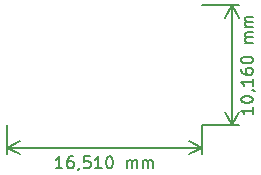
<source format=gbr>
%TF.GenerationSoftware,KiCad,Pcbnew,5.1.4-3.fc31*%
%TF.CreationDate,2019-11-21T06:29:58+01:00*%
%TF.ProjectId,microUSB-to-pcb-power-adapter,6d696372-6f55-4534-922d-746f2d706362,1.0*%
%TF.SameCoordinates,PX7b89fa0PY5ca77b8*%
%TF.FileFunction,Other,Comment*%
%FSLAX46Y46*%
G04 Gerber Fmt 4.6, Leading zero omitted, Abs format (unit mm)*
G04 Created by KiCad (PCBNEW 5.1.4-3.fc31) date 2019-11-21 06:29:58*
%MOMM*%
%LPD*%
G04 APERTURE LIST*
%ADD10C,0.150000*%
G04 APERTURE END LIST*
D10*
X20802380Y1508572D02*
X20802380Y937143D01*
X20802380Y1222858D02*
X19802380Y1222858D01*
X19945238Y1127620D01*
X20040476Y1032381D01*
X20088095Y937143D01*
X19802380Y2127620D02*
X19802380Y2222858D01*
X19850000Y2318096D01*
X19897619Y2365715D01*
X19992857Y2413334D01*
X20183333Y2460953D01*
X20421428Y2460953D01*
X20611904Y2413334D01*
X20707142Y2365715D01*
X20754761Y2318096D01*
X20802380Y2222858D01*
X20802380Y2127620D01*
X20754761Y2032381D01*
X20707142Y1984762D01*
X20611904Y1937143D01*
X20421428Y1889524D01*
X20183333Y1889524D01*
X19992857Y1937143D01*
X19897619Y1984762D01*
X19850000Y2032381D01*
X19802380Y2127620D01*
X20754761Y2937143D02*
X20802380Y2937143D01*
X20897619Y2889524D01*
X20945238Y2841905D01*
X20802380Y3889524D02*
X20802380Y3318096D01*
X20802380Y3603810D02*
X19802380Y3603810D01*
X19945238Y3508572D01*
X20040476Y3413334D01*
X20088095Y3318096D01*
X19802380Y4746667D02*
X19802380Y4556191D01*
X19850000Y4460953D01*
X19897619Y4413334D01*
X20040476Y4318096D01*
X20230952Y4270477D01*
X20611904Y4270477D01*
X20707142Y4318096D01*
X20754761Y4365715D01*
X20802380Y4460953D01*
X20802380Y4651429D01*
X20754761Y4746667D01*
X20707142Y4794286D01*
X20611904Y4841905D01*
X20373809Y4841905D01*
X20278571Y4794286D01*
X20230952Y4746667D01*
X20183333Y4651429D01*
X20183333Y4460953D01*
X20230952Y4365715D01*
X20278571Y4318096D01*
X20373809Y4270477D01*
X19802380Y5460953D02*
X19802380Y5556191D01*
X19850000Y5651429D01*
X19897619Y5699048D01*
X19992857Y5746667D01*
X20183333Y5794286D01*
X20421428Y5794286D01*
X20611904Y5746667D01*
X20707142Y5699048D01*
X20754761Y5651429D01*
X20802380Y5556191D01*
X20802380Y5460953D01*
X20754761Y5365715D01*
X20707142Y5318096D01*
X20611904Y5270477D01*
X20421428Y5222858D01*
X20183333Y5222858D01*
X19992857Y5270477D01*
X19897619Y5318096D01*
X19850000Y5365715D01*
X19802380Y5460953D01*
X20802380Y6984762D02*
X20135714Y6984762D01*
X20230952Y6984762D02*
X20183333Y7032381D01*
X20135714Y7127620D01*
X20135714Y7270477D01*
X20183333Y7365715D01*
X20278571Y7413334D01*
X20802380Y7413334D01*
X20278571Y7413334D02*
X20183333Y7460953D01*
X20135714Y7556191D01*
X20135714Y7699048D01*
X20183333Y7794286D01*
X20278571Y7841905D01*
X20802380Y7841905D01*
X20802380Y8318096D02*
X20135714Y8318096D01*
X20230952Y8318096D02*
X20183333Y8365715D01*
X20135714Y8460953D01*
X20135714Y8603810D01*
X20183333Y8699048D01*
X20278571Y8746667D01*
X20802380Y8746667D01*
X20278571Y8746667D02*
X20183333Y8794286D01*
X20135714Y8889524D01*
X20135714Y9032381D01*
X20183333Y9127620D01*
X20278571Y9175239D01*
X20802380Y9175239D01*
X19050000Y0D02*
X19050000Y10160000D01*
X16510000Y0D02*
X19636421Y0D01*
X16510000Y10160000D02*
X19636421Y10160000D01*
X19050000Y10160000D02*
X19636421Y9033496D01*
X19050000Y10160000D02*
X18463579Y9033496D01*
X19050000Y0D02*
X19636421Y1126504D01*
X19050000Y0D02*
X18463579Y1126504D01*
X4683571Y-3657380D02*
X4112142Y-3657380D01*
X4397857Y-3657380D02*
X4397857Y-2657380D01*
X4302619Y-2800238D01*
X4207380Y-2895476D01*
X4112142Y-2943095D01*
X5540714Y-2657380D02*
X5350238Y-2657380D01*
X5255000Y-2705000D01*
X5207380Y-2752619D01*
X5112142Y-2895476D01*
X5064523Y-3085952D01*
X5064523Y-3466904D01*
X5112142Y-3562142D01*
X5159761Y-3609761D01*
X5255000Y-3657380D01*
X5445476Y-3657380D01*
X5540714Y-3609761D01*
X5588333Y-3562142D01*
X5635952Y-3466904D01*
X5635952Y-3228809D01*
X5588333Y-3133571D01*
X5540714Y-3085952D01*
X5445476Y-3038333D01*
X5255000Y-3038333D01*
X5159761Y-3085952D01*
X5112142Y-3133571D01*
X5064523Y-3228809D01*
X6112142Y-3609761D02*
X6112142Y-3657380D01*
X6064523Y-3752619D01*
X6016904Y-3800238D01*
X7016904Y-2657380D02*
X6540714Y-2657380D01*
X6493095Y-3133571D01*
X6540714Y-3085952D01*
X6635952Y-3038333D01*
X6874047Y-3038333D01*
X6969285Y-3085952D01*
X7016904Y-3133571D01*
X7064523Y-3228809D01*
X7064523Y-3466904D01*
X7016904Y-3562142D01*
X6969285Y-3609761D01*
X6874047Y-3657380D01*
X6635952Y-3657380D01*
X6540714Y-3609761D01*
X6493095Y-3562142D01*
X8016904Y-3657380D02*
X7445476Y-3657380D01*
X7731190Y-3657380D02*
X7731190Y-2657380D01*
X7635952Y-2800238D01*
X7540714Y-2895476D01*
X7445476Y-2943095D01*
X8635952Y-2657380D02*
X8731190Y-2657380D01*
X8826428Y-2705000D01*
X8874047Y-2752619D01*
X8921666Y-2847857D01*
X8969285Y-3038333D01*
X8969285Y-3276428D01*
X8921666Y-3466904D01*
X8874047Y-3562142D01*
X8826428Y-3609761D01*
X8731190Y-3657380D01*
X8635952Y-3657380D01*
X8540714Y-3609761D01*
X8493095Y-3562142D01*
X8445476Y-3466904D01*
X8397857Y-3276428D01*
X8397857Y-3038333D01*
X8445476Y-2847857D01*
X8493095Y-2752619D01*
X8540714Y-2705000D01*
X8635952Y-2657380D01*
X10159761Y-3657380D02*
X10159761Y-2990714D01*
X10159761Y-3085952D02*
X10207380Y-3038333D01*
X10302619Y-2990714D01*
X10445476Y-2990714D01*
X10540714Y-3038333D01*
X10588333Y-3133571D01*
X10588333Y-3657380D01*
X10588333Y-3133571D02*
X10635952Y-3038333D01*
X10731190Y-2990714D01*
X10874047Y-2990714D01*
X10969285Y-3038333D01*
X11016904Y-3133571D01*
X11016904Y-3657380D01*
X11493095Y-3657380D02*
X11493095Y-2990714D01*
X11493095Y-3085952D02*
X11540714Y-3038333D01*
X11635952Y-2990714D01*
X11778809Y-2990714D01*
X11874047Y-3038333D01*
X11921666Y-3133571D01*
X11921666Y-3657380D01*
X11921666Y-3133571D02*
X11969285Y-3038333D01*
X12064523Y-2990714D01*
X12207380Y-2990714D01*
X12302619Y-3038333D01*
X12350238Y-3133571D01*
X12350238Y-3657380D01*
X0Y-1905000D02*
X16510000Y-1905000D01*
X0Y0D02*
X0Y-2491421D01*
X16510000Y0D02*
X16510000Y-2491421D01*
X16510000Y-1905000D02*
X15383496Y-2491421D01*
X16510000Y-1905000D02*
X15383496Y-1318579D01*
X0Y-1905000D02*
X1126504Y-2491421D01*
X0Y-1905000D02*
X1126504Y-1318579D01*
M02*

</source>
